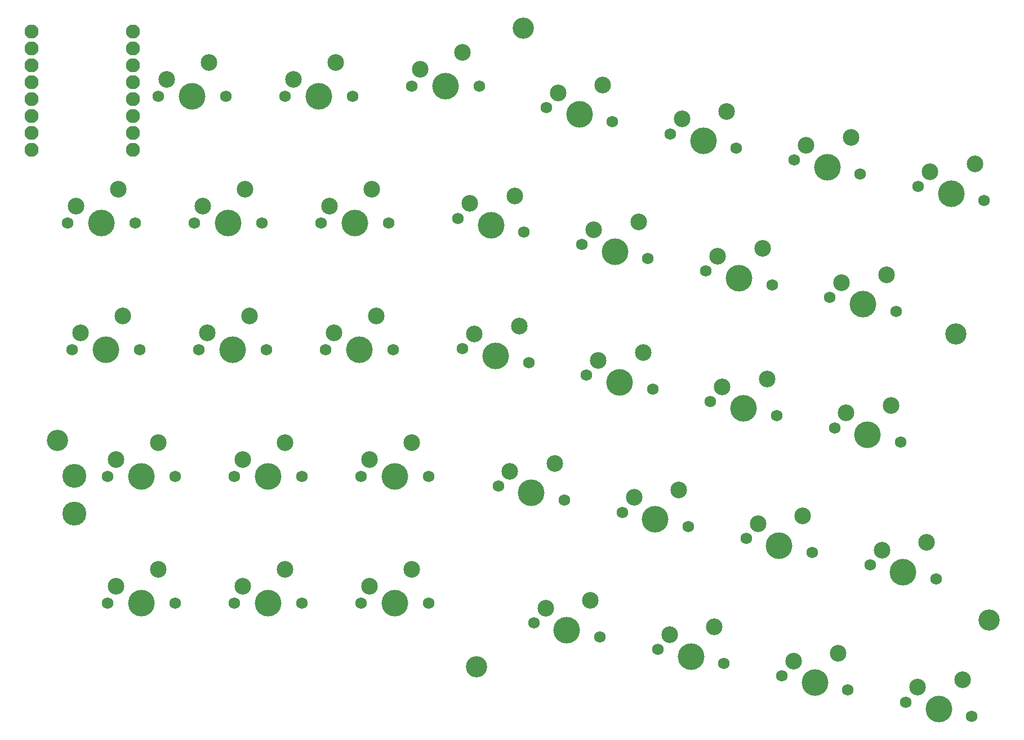
<source format=gbr>
%TF.GenerationSoftware,KiCad,Pcbnew,9.0.3*%
%TF.CreationDate,2025-11-25T19:45:44-05:00*%
%TF.ProjectId,Wren,5772656e-2e6b-4696-9361-645f70636258,rev?*%
%TF.SameCoordinates,Original*%
%TF.FileFunction,Soldermask,Top*%
%TF.FilePolarity,Negative*%
%FSLAX46Y46*%
G04 Gerber Fmt 4.6, Leading zero omitted, Abs format (unit mm)*
G04 Created by KiCad (PCBNEW 9.0.3) date 2025-11-25 19:45:44*
%MOMM*%
%LPD*%
G01*
G04 APERTURE LIST*
%ADD10C,1.750000*%
%ADD11C,4.000000*%
%ADD12C,2.500000*%
%ADD13C,3.200000*%
%ADD14C,3.600000*%
%ADD15C,2.109000*%
G04 APERTURE END LIST*
D10*
%TO.C,SW13*%
X239692812Y-202466570D03*
D11*
X244661802Y-203522762D03*
D10*
X249630792Y-204578953D03*
D12*
X241463155Y-200246123D03*
X248202488Y-199081868D03*
%TD*%
D13*
%TO.C,H5*%
X212250000Y-165950000D03*
%TD*%
D10*
%TO.C,SW20*%
X240390495Y-222090482D03*
D11*
X245359485Y-223146674D03*
D10*
X250328475Y-224202865D03*
D12*
X242160838Y-219870035D03*
X248900171Y-218705780D03*
%TD*%
D10*
%TO.C,SW24*%
X187862000Y-233377500D03*
D11*
X192942000Y-233377500D03*
D10*
X198022000Y-233377500D03*
D12*
X189132000Y-230837500D03*
X195482000Y-228297500D03*
%TD*%
D10*
%TO.C,SW16*%
X163462000Y-214327500D03*
D11*
X168542000Y-214327500D03*
D10*
X173622000Y-214327500D03*
D12*
X164732000Y-211787500D03*
X171082000Y-209247500D03*
%TD*%
D13*
%TO.C,H1*%
X277250000Y-211950000D03*
%TD*%
D10*
%TO.C,SW28*%
X264380388Y-246665312D03*
D11*
X269349378Y-247721504D03*
D10*
X274318368Y-248777695D03*
D12*
X266150731Y-244444865D03*
X272890064Y-243280610D03*
%TD*%
D10*
%TO.C,SW8*%
X143712000Y-195277500D03*
D11*
X148792000Y-195277500D03*
D10*
X153872000Y-195277500D03*
D12*
X144982000Y-192737500D03*
X151332000Y-190197500D03*
%TD*%
D10*
%TO.C,SW6*%
X252970431Y-185813258D03*
D11*
X257939421Y-186869450D03*
D10*
X262908411Y-187925641D03*
D12*
X254740774Y-183592811D03*
X261480107Y-182428556D03*
%TD*%
D10*
%TO.C,SW5*%
X234336719Y-181852540D03*
D11*
X239305709Y-182908732D03*
D10*
X244274699Y-183964923D03*
D12*
X236107062Y-179632093D03*
X242846395Y-178467838D03*
%TD*%
D14*
%TO.C,J4*%
X144800000Y-238950000D03*
%TD*%
D10*
%TO.C,SW19*%
X221756783Y-218129764D03*
D11*
X226725773Y-219185956D03*
D10*
X231694763Y-220242147D03*
D12*
X223527126Y-215909317D03*
X230266459Y-214745062D03*
%TD*%
D10*
%TO.C,SW25*%
X208479253Y-234783159D03*
D11*
X213448243Y-235839351D03*
D10*
X218417233Y-236895542D03*
D12*
X210249596Y-232562712D03*
X216988929Y-231398457D03*
%TD*%
D10*
%TO.C,SW30*%
X168812000Y-252427500D03*
D11*
X173892000Y-252427500D03*
D10*
X178972000Y-252427500D03*
D12*
X170082000Y-249887500D03*
X176432000Y-247347500D03*
%TD*%
D10*
%TO.C,SW21*%
X259024206Y-226051200D03*
D11*
X263993196Y-227107392D03*
D10*
X268962186Y-228163583D03*
D12*
X260794549Y-223830753D03*
X267533882Y-222666498D03*
%TD*%
D10*
%TO.C,SW3*%
X195502000Y-174727100D03*
D11*
X200582000Y-174727100D03*
D10*
X205662000Y-174727100D03*
D12*
X196772000Y-172187100D03*
X203122000Y-169647100D03*
%TD*%
D10*
%TO.C,SW18*%
X203123071Y-214169047D03*
D11*
X208092061Y-215225239D03*
D10*
X213061051Y-216281430D03*
D12*
X204893414Y-211948600D03*
X211632747Y-210784345D03*
%TD*%
D14*
%TO.C,J3*%
X144800000Y-233300000D03*
%TD*%
D10*
%TO.C,SW23*%
X168812000Y-233377500D03*
D11*
X173892000Y-233377500D03*
D10*
X178972000Y-233377500D03*
D12*
X170082000Y-230837500D03*
X176432000Y-228297500D03*
%TD*%
D10*
%TO.C,SW4*%
X215703007Y-177891823D03*
D11*
X220671997Y-178948015D03*
D10*
X225640987Y-180004206D03*
D12*
X217473350Y-175671376D03*
X224212683Y-174507121D03*
%TD*%
D10*
%TO.C,SW34*%
X251102659Y-263318606D03*
D11*
X256071649Y-264374798D03*
D10*
X261040639Y-265430989D03*
D12*
X252873002Y-261098159D03*
X259612335Y-259933904D03*
%TD*%
D13*
%TO.C,H2*%
X282250000Y-254950000D03*
%TD*%
D10*
%TO.C,SW11*%
X202425389Y-194545135D03*
D11*
X207394379Y-195601327D03*
D10*
X212363369Y-196657518D03*
D12*
X204195732Y-192324688D03*
X210935065Y-191160433D03*
%TD*%
D10*
%TO.C,SW32*%
X213835235Y-255397171D03*
D11*
X218804225Y-256453363D03*
D10*
X223773215Y-257509554D03*
D12*
X215605578Y-253176724D03*
X222344911Y-252012469D03*
%TD*%
D10*
%TO.C,SW9*%
X162762000Y-195277500D03*
D11*
X167842000Y-195277500D03*
D10*
X172922000Y-195277500D03*
D12*
X164032000Y-192737500D03*
X170382000Y-190197500D03*
%TD*%
D10*
%TO.C,SW7*%
X271604143Y-189773976D03*
D11*
X276573133Y-190830168D03*
D10*
X281542123Y-191886359D03*
D12*
X273374486Y-187553529D03*
X280113819Y-186389274D03*
%TD*%
D10*
%TO.C,SW10*%
X181812000Y-195277500D03*
D11*
X186892000Y-195277500D03*
D10*
X191972000Y-195277500D03*
D12*
X183082000Y-192737500D03*
X189432000Y-190197500D03*
%TD*%
D10*
%TO.C,SW26*%
X227112965Y-238743877D03*
D11*
X232081955Y-239800069D03*
D10*
X237050945Y-240856260D03*
D12*
X228883308Y-236523430D03*
X235622641Y-235359175D03*
%TD*%
D13*
%TO.C,H4*%
X142250000Y-227950000D03*
%TD*%
D10*
%TO.C,SW15*%
X144412000Y-214327500D03*
D11*
X149492000Y-214327500D03*
D10*
X154572000Y-214327500D03*
D12*
X145682000Y-211787500D03*
X152032000Y-209247500D03*
%TD*%
D10*
%TO.C,SW1*%
X157402000Y-176227500D03*
D11*
X162482000Y-176227500D03*
D10*
X167562000Y-176227500D03*
D12*
X158672000Y-173687500D03*
X165022000Y-171147500D03*
%TD*%
D10*
%TO.C,SW22*%
X149762000Y-233377500D03*
D11*
X154842000Y-233377500D03*
D10*
X159922000Y-233377500D03*
D12*
X151032000Y-230837500D03*
X157382000Y-228297500D03*
%TD*%
D10*
%TO.C,SW33*%
X232468947Y-259357889D03*
D11*
X237437937Y-260414081D03*
D10*
X242406927Y-261470272D03*
D12*
X234239290Y-257137442D03*
X240978623Y-255973187D03*
%TD*%
D10*
%TO.C,SW17*%
X182512000Y-214327500D03*
D11*
X187592000Y-214327500D03*
D10*
X192672000Y-214327500D03*
D12*
X183782000Y-211787500D03*
X190132000Y-209247500D03*
%TD*%
D10*
%TO.C,SW35*%
X269736370Y-267279324D03*
D11*
X274705360Y-268335516D03*
D10*
X279674350Y-269391707D03*
D12*
X271506713Y-265058877D03*
X278246046Y-263894622D03*
%TD*%
D10*
%TO.C,SW12*%
X221059101Y-198505853D03*
D11*
X226028091Y-199562045D03*
D10*
X230997081Y-200618236D03*
D12*
X222829444Y-196285406D03*
X229568777Y-195121151D03*
%TD*%
D10*
%TO.C,SW14*%
X258326524Y-206427288D03*
D11*
X263295514Y-207483480D03*
D10*
X268264504Y-208539671D03*
D12*
X260096867Y-204206841D03*
X266836200Y-203042586D03*
%TD*%
D13*
%TO.C,H3*%
X205250000Y-261950000D03*
%TD*%
D10*
%TO.C,SW27*%
X245746677Y-242704595D03*
D11*
X250715667Y-243760787D03*
D10*
X255684657Y-244816978D03*
D12*
X247517020Y-240484148D03*
X254256353Y-239319893D03*
%TD*%
D10*
%TO.C,SW31*%
X187862000Y-252427500D03*
D11*
X192942000Y-252427500D03*
D10*
X198022000Y-252427500D03*
D12*
X189132000Y-249887500D03*
X195482000Y-247347500D03*
%TD*%
D15*
%TO.C,U1*%
X138310000Y-184250000D03*
X138310000Y-181710000D03*
X138310000Y-179170000D03*
X138310000Y-176630000D03*
X138310000Y-171550000D03*
X138310000Y-174090000D03*
X153550000Y-166470000D03*
X138310000Y-166470000D03*
X153550000Y-169010000D03*
X153550000Y-171550000D03*
X153550000Y-174090000D03*
X153550000Y-176630000D03*
X153550000Y-179170000D03*
X153550000Y-181710000D03*
X153550000Y-184250000D03*
X138310000Y-169010000D03*
%TD*%
D10*
%TO.C,SW2*%
X176452000Y-176227500D03*
D11*
X181532000Y-176227500D03*
D10*
X186612000Y-176227500D03*
D12*
X177722000Y-173687500D03*
X184072000Y-171147500D03*
%TD*%
D10*
%TO.C,SW29*%
X149762000Y-252427500D03*
D11*
X154842000Y-252427500D03*
D10*
X159922000Y-252427500D03*
D12*
X151032000Y-249887500D03*
X157382000Y-247347500D03*
%TD*%
M02*

</source>
